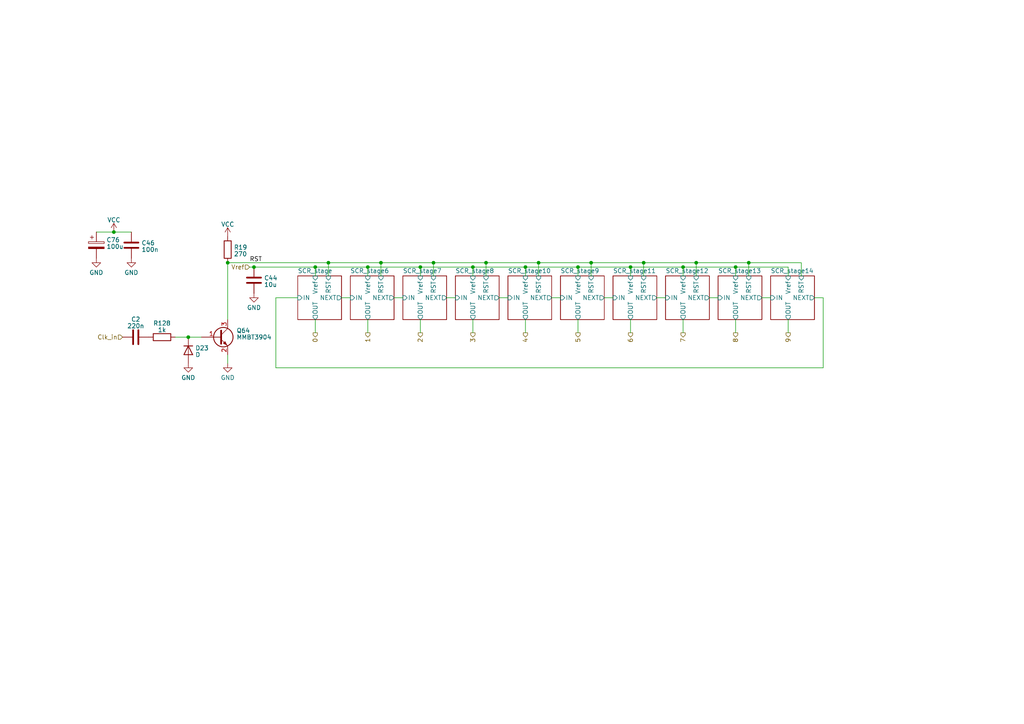
<source format=kicad_sch>
(kicad_sch (version 20230121) (generator eeschema)
  (paper "A4")
  (lib_symbols
    (symbol "Device:C" (pin_numbers hide) (pin_names (offset 0.254))
      (property "Reference" "C" (at 0.635 2.54 0))
      (property "Value" "C" (at 0.635 -2.54 0))
      (symbol "C_0_1"
        (polyline (pts (xy -2.032 -0.762) (xy 2.032 -0.762)) (stroke (width 0.508)))
        (polyline (pts (xy -2.032 0.762) (xy 2.032 0.762)) (stroke (width 0.508)))
      )
      (symbol "C_1_1"
        (pin passive line (at 0 3.81 270) (length 2.794) (name "~") (number "1"))
        (pin passive line (at 0 -3.81 90) (length 2.794) (name "~") (number "2"))
      )
    )
    (symbol "Device:C_Polarized" (pin_numbers hide) (pin_names (offset 0.254))
      (property "Reference" "C" (at 0.635 2.54 0))
      (property "Value" "C_Polarized" (at 0.635 -2.54 0))
      (symbol "C_Polarized_0_1"
        (rectangle (start -2.286 0.508) (end 2.286 1.016))
        (polyline (pts (xy -1.778 2.286) (xy -0.762 2.286)))
        (polyline (pts (xy -1.27 2.794) (xy -1.27 1.778)))
        (rectangle (start 2.286 -0.508) (end -2.286 -1.016) (fill (type outline)))
      )
      (symbol "C_Polarized_1_1"
        (pin passive line (at 0 3.81 270) (length 2.794) (name "~") (number "1"))
        (pin passive line (at 0 -3.81 90) (length 2.794) (name "~") (number "2"))
      )
    )
    (symbol "Device:D" (pin_numbers hide) (pin_names (offset 1.016) hide)
      (property "Reference" "D" (at 0 2.54 0))
      (property "Value" "D" (at 0 -2.54 0))
      (symbol "D_0_1"
        (polyline (pts (xy -1.27 1.27) (xy -1.27 -1.27)) (stroke (width 0.254)))
        (polyline (pts (xy 1.27 0) (xy -1.27 0)))
        (polyline (pts (xy 1.27 1.27) (xy 1.27 -1.27) (xy -1.27 0) (xy 1.27 1.27)) (stroke (width 0.254)))
      )
      (symbol "D_1_1"
        (pin passive line (at -3.81 0 0) (length 2.54) (name "K") (number "1"))
        (pin passive line (at 3.81 0 180) (length 2.54) (name "A") (number "2"))
      )
    )
    (symbol "Device:R" (pin_numbers hide) (pin_names (offset 0))
      (property "Reference" "R" (at 2.032 0 90))
      (property "Value" "R" (at 0 0 90))
      (symbol "R_0_1"
        (rectangle (start -1.016 -2.54) (end 1.016 2.54) (stroke (width 0.254)))
      )
      (symbol "R_1_1"
        (pin passive line (at 0 3.81 270) (length 1.27) (name "~") (number "1"))
        (pin passive line (at 0 -3.81 90) (length 1.27) (name "~") (number "2"))
      )
    )
    (symbol "Transistor_BJT:MMBT3904" (pin_names (offset 0) hide)
      (property "Reference" "Q" (at 5.08 1.905 0))
      (property "Value" "MMBT3904" (at 5.08 0 0))
      (symbol "MMBT3904_0_1"
        (polyline (pts (xy 0.635 0.635) (xy 2.54 2.54)))
        (polyline (pts (xy 0.635 -0.635) (xy 2.54 -2.54) (xy 2.54 -2.54)))
        (polyline (pts (xy 0.635 1.905) (xy 0.635 -1.905) (xy 0.635 -1.905)) (stroke (width 0.508)))
        (polyline (pts (xy 1.27 -1.778) (xy 1.778 -1.27) (xy 2.286 -2.286) (xy 1.27 -1.778) (xy 1.27 -1.778)) (fill (type outline)))
        (circle (center 1.27 0) (radius 2.8194) (stroke (width 0.254)))
      )
      (symbol "MMBT3904_1_1"
        (pin input line (at -5.08 0 0) (length 5.715) (name "B") (number "1"))
        (pin passive line (at 2.54 -5.08 90) (length 2.54) (name "E") (number "2"))
        (pin passive line (at 2.54 5.08 270) (length 2.54) (name "C") (number "3"))
      )
    )
    (symbol "power:GND" (power) (pin_names (offset 0))
      (property "Value" "GND" (at 0 -3.81 0))
      (symbol "GND_0_1"
        (polyline (pts (xy 0 0) (xy 0 -1.27) (xy 1.27 -1.27) (xy 0 -2.54) (xy -1.27 -1.27) (xy 0 -1.27)))
      )
      (symbol "GND_1_1"
        (pin power_in line (at 0 0 270) (length 0) hide (name "GND") (number "1"))
      )
    )
    (symbol "power:VCC" (power) (pin_names (offset 0))
      (property "Value" "VCC" (at 0 3.81 0))
      (symbol "VCC_0_1"
        (polyline (pts (xy -0.762 1.27) (xy 0 2.54)))
        (polyline (pts (xy 0 0) (xy 0 2.54)))
        (polyline (pts (xy 0 2.54) (xy 0.762 1.27)))
      )
      (symbol "VCC_1_1"
        (pin power_in line (at 0 0 90) (length 0) hide (name "VCC") (number "1"))
      )
    )
  )
  (junction (at 217.17 76.2))
  (junction (at 106.68 77.47))
  (junction (at 213.36 77.47))
  (junction (at 167.64 77.47))
  (junction (at 137.16 77.47))
  (junction (at 95.25 76.2))
  (junction (at 156.21 76.2))
  (junction (at 110.49 76.2))
  (junction (at 140.97 76.2))
  (junction (at 54.61 97.79))
  (junction (at 121.92 77.47))
  (junction (at 33.02 67.31))
  (junction (at 171.45 76.2))
  (junction (at 201.93 76.2))
  (junction (at 182.88 77.47))
  (junction (at 152.4 77.47))
  (junction (at 91.44 77.47))
  (junction (at 186.69 76.2))
  (junction (at 73.66 77.47))
  (junction (at 125.73 76.2))
  (junction (at 198.12 77.47))
  (junction (at 66.04 76.2))
  (wire (pts (xy 95.25 80.01) (xy 95.25 76.2)))
  (wire (pts (xy 228.6 77.47) (xy 228.6 80.01)))
  (wire (pts (xy 106.68 77.47) (xy 121.92 77.47)))
  (wire (pts (xy 182.88 77.47) (xy 198.12 77.47)))
  (wire (pts (xy 110.49 76.2) (xy 125.73 76.2)))
  (wire (pts (xy 160.02 86.36) (xy 162.56 86.36)))
  (wire (pts (xy 27.94 67.31) (xy 33.02 67.31)))
  (wire (pts (xy 156.21 80.01) (xy 156.21 76.2)))
  (wire (pts (xy 114.3 86.36) (xy 116.84 86.36)))
  (wire (pts (xy 91.44 77.47) (xy 106.68 77.47)))
  (wire (pts (xy 167.64 77.47) (xy 182.88 77.47)))
  (wire (pts (xy 220.98 86.36) (xy 223.52 86.36)))
  (wire (pts (xy 238.76 86.36) (xy 236.22 86.36)))
  (wire (pts (xy 33.02 67.31) (xy 38.1 67.31)))
  (wire (pts (xy 156.21 76.2) (xy 171.45 76.2)))
  (wire (pts (xy 80.01 106.68) (xy 238.76 106.68)))
  (wire (pts (xy 190.5 86.36) (xy 193.04 86.36)))
  (wire (pts (xy 198.12 77.47) (xy 213.36 77.47)))
  (wire (pts (xy 217.17 76.2) (xy 232.41 76.2)))
  (wire (pts (xy 137.16 92.71) (xy 137.16 96.52)))
  (wire (pts (xy 167.64 77.47) (xy 167.64 80.01)))
  (wire (pts (xy 140.97 80.01) (xy 140.97 76.2)))
  (wire (pts (xy 137.16 77.47) (xy 152.4 77.47)))
  (wire (pts (xy 125.73 80.01) (xy 125.73 76.2)))
  (wire (pts (xy 125.73 76.2) (xy 140.97 76.2)))
  (wire (pts (xy 213.36 77.47) (xy 213.36 80.01)))
  (wire (pts (xy 217.17 80.01) (xy 217.17 76.2)))
  (wire (pts (xy 201.93 76.2) (xy 217.17 76.2)))
  (wire (pts (xy 198.12 77.47) (xy 198.12 80.01)))
  (wire (pts (xy 198.12 92.71) (xy 198.12 96.52)))
  (wire (pts (xy 91.44 92.71) (xy 91.44 96.52)))
  (wire (pts (xy 106.68 77.47) (xy 106.68 80.01)))
  (wire (pts (xy 213.36 92.71) (xy 213.36 96.52)))
  (wire (pts (xy 137.16 77.47) (xy 137.16 80.01)))
  (wire (pts (xy 73.66 77.47) (xy 91.44 77.47)))
  (wire (pts (xy 121.92 77.47) (xy 121.92 80.01)))
  (wire (pts (xy 186.69 80.01) (xy 186.69 76.2)))
  (wire (pts (xy 58.42 97.79) (xy 54.61 97.79)))
  (wire (pts (xy 66.04 92.71) (xy 66.04 76.2)))
  (wire (pts (xy 175.26 86.36) (xy 177.8 86.36)))
  (wire (pts (xy 167.64 92.71) (xy 167.64 96.52)))
  (wire (pts (xy 228.6 92.71) (xy 228.6 96.52)))
  (wire (pts (xy 144.78 86.36) (xy 147.32 86.36)))
  (wire (pts (xy 110.49 80.01) (xy 110.49 76.2)))
  (wire (pts (xy 201.93 80.01) (xy 201.93 76.2)))
  (wire (pts (xy 182.88 92.71) (xy 182.88 96.52)))
  (wire (pts (xy 171.45 80.01) (xy 171.45 76.2)))
  (wire (pts (xy 54.61 97.79) (xy 50.8 97.79)))
  (wire (pts (xy 205.74 86.36) (xy 208.28 86.36)))
  (wire (pts (xy 91.44 77.47) (xy 91.44 80.01)))
  (wire (pts (xy 238.76 86.36) (xy 238.76 106.68)))
  (wire (pts (xy 66.04 76.2) (xy 95.25 76.2)))
  (wire (pts (xy 232.41 80.01) (xy 232.41 76.2)))
  (wire (pts (xy 121.92 92.71) (xy 121.92 96.52)))
  (wire (pts (xy 80.01 86.36) (xy 80.01 106.68)))
  (wire (pts (xy 129.54 86.36) (xy 132.08 86.36)))
  (wire (pts (xy 66.04 105.41) (xy 66.04 102.87)))
  (wire (pts (xy 186.69 76.2) (xy 201.93 76.2)))
  (wire (pts (xy 72.39 77.47) (xy 73.66 77.47)))
  (wire (pts (xy 182.88 77.47) (xy 182.88 80.01)))
  (wire (pts (xy 152.4 92.71) (xy 152.4 96.52)))
  (wire (pts (xy 106.68 92.71) (xy 106.68 96.52)))
  (wire (pts (xy 152.4 77.47) (xy 167.64 77.47)))
  (wire (pts (xy 121.92 77.47) (xy 137.16 77.47)))
  (wire (pts (xy 213.36 77.47) (xy 228.6 77.47)))
  (wire (pts (xy 171.45 76.2) (xy 186.69 76.2)))
  (wire (pts (xy 99.06 86.36) (xy 101.6 86.36)))
  (wire (pts (xy 152.4 77.47) (xy 152.4 80.01)))
  (wire (pts (xy 86.36 86.36) (xy 80.01 86.36)))
  (wire (pts (xy 95.25 76.2) (xy 110.49 76.2)))
  (wire (pts (xy 140.97 76.2) (xy 156.21 76.2)))
  (label "RST" (at 72.39 76.2 0))
  (hierarchical_label "Vref" (shape input) (at 72.39 77.47 180))
  (hierarchical_label "2" (shape output) (at 121.92 96.52 270))
  (hierarchical_label "7" (shape output) (at 198.12 96.52 270))
  (hierarchical_label "0" (shape output) (at 91.44 96.52 270))
  (hierarchical_label "3" (shape output) (at 137.16 96.52 270))
  (hierarchical_label "4" (shape output) (at 152.4 96.52 270))
  (hierarchical_label "9" (shape output) (at 228.6 96.52 270))
  (hierarchical_label "Clk_in" (shape input) (at 35.56 97.79 180))
  (hierarchical_label "6" (shape output) (at 182.88 96.52 270))
  (hierarchical_label "5" (shape output) (at 167.64 96.52 270))
  (hierarchical_label "1" (shape output) (at 106.68 96.52 270))
  (hierarchical_label "8" (shape output) (at 213.36 96.52 270))
  (symbol (lib_id "Device:D") (at 54.61 101.6 270) (unit 1)
    (property "Reference" "D23" (at 56.642 100.9563 90) (effects (justify left)))
    (property "Value" "D" (at 56.642 102.8773 90) (effects (justify left)))
    (property "Footprint" "Diode_SMD:D_SOD-123" (effects hide))
    (property "Sim.Device" "D" (effects hide))
    (property "Sim.Pins" "1=K 2=A" (effects hide))
    (instances (project "transistor_clock" (path "" (reference "D23") (unit 1)) (path "" (reference "D247") (unit 1)) (path "" (reference "D57") (unit 1)) (path "" (reference "D147") (unit 1)) (path "" (reference "D200") (unit 1))))
  )
  (symbol (lib_id "power:GND") (at 73.66 85.09 0) (unit 1)
    (property "Reference" "#PWR054" (effects hide))
    (property "Value" "GND" (at 73.66 89.2255 0))
    (instances (project "transistor_clock" (path "" (reference "#PWR041") (unit 1)) (path "" (reference "#PWR0142") (unit 1)) (path "" (reference "#PWR0156") (unit 1)) (path "" (reference "#PWR0166") (unit 1))))
  )
  (symbol (lib_id "power:GND") (at 27.94 74.93 0) (unit 1)
    (property "Reference" "#PWR050" (effects hide))
    (property "Value" "GND" (at 27.94 79.0655 0))
    (instances (project "transistor_clock" (path "" (reference "#PWR035") (unit 1)) (path "" (reference "#PWR0136") (unit 1)) (path "" (reference "#PWR0150") (unit 1)) (path "" (reference "#PWR0162") (unit 1)) (path "" (reference "#PWR0181") (unit 1)) (path "" (reference "#PWR0253") (unit 1))))
  )
  (symbol (lib_id "power:VCC") (at 66.04 68.58 0) (unit 1)
    (property "Reference" "#PWR052" (effects hide))
    (property "Value" "VCC" (at 66.04 65.0781 0))
    (instances (project "transistor_clock" (path "" (reference "#PWR039") (unit 1)) (path "" (reference "#PWR0140") (unit 1)) (path "" (reference "#PWR0154") (unit 1)) (path "" (reference "#PWR0164") (unit 1))))
  )
  (symbol (lib_id "Device:C") (at 73.66 81.28 180) (unit 1)
    (property "Reference" "C7" (at 76.581 80.6363 0) (effects (justify right)))
    (property "Value" "10u" (at 76.581 82.5573 0) (effects (justify right)))
    (instances (project "transistor_clock" (path "" (reference "C44") (unit 1)) (path "" (reference "C39") (unit 1)) (path "" (reference "C7") (unit 1)) (path "" (reference "C2") (unit 1)) (path "" (reference "C49") (unit 1))))
  )
  (symbol (lib_id "Device:C") (at 39.37 97.79 90) (unit 1)
    (property "Reference" "C2" (at 39.37 92.6211 90))
    (property "Value" "220n" (at 39.37 94.5421 90))
    (property "Footprint" "Capacitor_SMD:C_0603_1608Metric" (effects hide))
    (instances (project "transistor_clock" (path "" (reference "C2") (unit 1)) (path "" (reference "C47") (unit 1)) (path "" (reference "C6") (unit 1)) (path "" (reference "C38") (unit 1)) (path "" (reference "C43") (unit 1))))
  )
  (symbol (lib_id "power:GND") (at 54.61 105.41 0) (unit 1)
    (property "Reference" "#PWR051" (effects hide))
    (property "Value" "GND" (at 54.61 109.5455 0))
    (instances (project "transistor_clock" (path "" (reference "#PWR038") (unit 1)) (path "" (reference "#PWR0139") (unit 1)) (path "" (reference "#PWR0153") (unit 1)) (path "" (reference "#PWR0163") (unit 1))))
  )
  (symbol (lib_id "Device:R") (at 66.04 72.39 0) (unit 1)
    (property "Reference" "R82" (at 67.818 71.7463 0) (effects (justify left)))
    (property "Value" "270" (at 67.818 73.6673 0) (effects (justify left)))
    (property "Footprint" "Resistor_SMD:R_0603_1608Metric" (effects hide))
    (instances (project "transistor_clock" (path "" (reference "R19") (unit 1)) (path "" (reference "R119") (unit 1)) (path "" (reference "R129") (unit 1)) (path "" (reference "R214") (unit 1))))
  )
  (symbol (lib_id "Transistor_BJT:MMBT3904") (at 63.5 97.79 0) (unit 1)
    (property "Reference" "Q21" (at 68.58 95.885 0) (effects (justify left)))
    (property "Value" "MMBT3904" (at 68.58 97.79 0) (effects (justify left)))
    (property "Footprint" "Package_TO_SOT_SMD:SOT-23" (effects hide))
    (property "Datasheet" "https://www.onsemi.com/pub/Collateral/2N3903-D.PDF" (effects hide))
    (instances (project "transistor_clock" (path "" (reference "Q64") (unit 1)) (path "" (reference "Q59") (unit 1)) (path "" (reference "Q9") (unit 1)) (path "" (reference "Q11") (unit 1)) (path "" (reference "Q107") (unit 1))))
  )
  (symbol (lib_id "Device:C_Polarized") (at 27.94 71.12 0) (unit 1)
    (property "Reference" "C76" (at 30.861 69.5873 0) (effects (justify left)))
    (property "Value" "100u" (at 30.861 71.5083 0) (effects (justify left)))
    (instances (project "transistor_clock" (path "" (reference "C76") (unit 1)) (path "" (reference "C4") (unit 1)) (path "" (reference "C36") (unit 1)) (path "" (reference "C41") (unit 1))))
  )
  (symbol (lib_id "power:GND") (at 66.04 105.41 0) (unit 1)
    (property "Reference" "#PWR053" (effects hide))
    (property "Value" "GND" (at 66.04 109.5455 0))
    (instances (project "transistor_clock" (path "" (reference "#PWR040") (unit 1)) (path "" (reference "#PWR0141") (unit 1)) (path "" (reference "#PWR0155") (unit 1)) (path "" (reference "#PWR0165") (unit 1))))
  )
  (symbol (lib_id "Device:C") (at 38.1 71.12 180) (unit 1)
    (property "Reference" "C46" (at 41.021 70.4763 0) (effects (justify right)))
    (property "Value" "100n" (at 41.021 72.3973 0) (effects (justify right)))
    (property "Footprint" "Capacitor_SMD:C_0603_1608Metric" (effects hide))
    (instances (project "transistor_clock" (path "" (reference "C46") (unit 1)) (path "" (reference "C33") (unit 1)) (path "" (reference "C2") (unit 1)) (path "" (reference "C5") (unit 1)) (path "" (reference "C37") (unit 1)) (path "" (reference "C42") (unit 1)) (path "" (reference "C77") (unit 1)) (path "" (reference "C54") (unit 1)) (path "" (reference "C51") (unit 1))))
  )
  (symbol (lib_id "Device:R") (at 46.99 97.79 90) (unit 1)
    (property "Reference" "R41" (at 46.99 93.7641 90))
    (property "Value" "1k" (at 46.99 95.6851 90))
    (property "Footprint" "Resistor_SMD:R_0603_1608Metric" (effects hide))
    (instances (project "transistor_clock" (path "" (reference "R128") (unit 1)) (path "" (reference "R118") (unit 1)) (path "" (reference "R18") (unit 1)) (path "" (reference "R20") (unit 1)) (path "" (reference "R213") (unit 1))))
  )
  (symbol (lib_id "power:GND") (at 38.1 74.93 0) (unit 1)
    (property "Reference" "#PWR050" (effects hide))
    (property "Value" "GND" (at 38.1 79.0655 0))
    (instances (project "transistor_clock" (path "" (reference "#PWR037") (unit 1)) (path "" (reference "#PWR0138") (unit 1)) (path "" (reference "#PWR0152") (unit 1)) (path "" (reference "#PWR0162") (unit 1)) (path "" (reference "#PWR0181") (unit 1)) (path "" (reference "#PWR0260") (unit 1))))
  )
  (symbol (lib_id "power:VCC") (at 33.02 67.31 0) (unit 1)
    (property "Reference" "#PWR052" (effects hide))
    (property "Value" "VCC" (at 33.02 63.8081 0))
    (instances (project "transistor_clock" (path "" (reference "#PWR036") (unit 1)) (path "" (reference "#PWR0137") (unit 1)) (path "" (reference "#PWR0151") (unit 1)) (path "" (reference "#PWR0164") (unit 1)) (path "" (reference "#PWR0191") (unit 1)) (path "" (reference "#PWR0261") (unit 1))))
  )
  (sheet (at 162.56 80.01) (size 12.7 12.7) (stroke (width 0.1524))
    (property "Sheetname" "SCR_stage9" (at 162.56 79.2984 0) (effects (justify left bottom)))
    (property "Sheetfile" "scr_stage.kicad_sch" (effects hide))
    (pin "IN" input (at 162.56 86.36 180))
    (pin "RST" input (at 171.45 80.01 90))
    (pin "OUT" output (at 167.64 92.71 270))
    (pin "Vref" input (at 167.64 80.01 90))
    (pin "NEXT" output (at 175.26 86.36 0))
  )
  (sheet (at 86.36 80.01) (size 12.7 12.7) (stroke (width 0.1524))
    (property "Sheetname" "SCR_stage" (at 86.36 79.2984 0) (effects (justify left bottom)))
    (property "Sheetfile" "scr_stage.kicad_sch" (effects hide))
    (pin "IN" input (at 86.36 86.36 180))
    (pin "RST" input (at 95.25 80.01 90))
    (pin "OUT" output (at 91.44 92.71 270))
    (pin "Vref" input (at 91.44 80.01 90))
    (pin "NEXT" output (at 99.06 86.36 0))
  )
  (sheet (at 208.28 80.01) (size 12.7 12.7) (stroke (width 0.1524))
    (property "Sheetname" "SCR_stage13" (at 208.28 79.2984 0) (effects (justify left bottom)))
    (property "Sheetfile" "scr_stage.kicad_sch" (effects hide))
    (pin "IN" input (at 208.28 86.36 180))
    (pin "RST" input (at 217.17 80.01 90))
    (pin "OUT" output (at 213.36 92.71 270))
    (pin "Vref" input (at 213.36 80.01 90))
    (pin "NEXT" output (at 220.98 86.36 0))
  )
  (sheet (at 116.84 80.01) (size 12.7 12.7) (stroke (width 0.1524))
    (property "Sheetname" "SCR_stage7" (at 116.84 79.2984 0) (effects (justify left bottom)))
    (property "Sheetfile" "scr_stage.kicad_sch" (effects hide))
    (pin "IN" input (at 116.84 86.36 180))
    (pin "RST" input (at 125.73 80.01 90))
    (pin "OUT" output (at 121.92 92.71 270))
    (pin "Vref" input (at 121.92 80.01 90))
    (pin "NEXT" output (at 129.54 86.36 0))
  )
  (sheet (at 101.6 80.01) (size 12.7 12.7) (stroke (width 0.1524))
    (property "Sheetname" "SCR_stage6" (at 101.6 79.2984 0) (effects (justify left bottom)))
    (property "Sheetfile" "scr_stage.kicad_sch" (effects hide))
    (pin "IN" input (at 101.6 86.36 180))
    (pin "RST" input (at 110.49 80.01 90))
    (pin "OUT" output (at 106.68 92.71 270))
    (pin "Vref" input (at 106.68 80.01 90))
    (pin "NEXT" output (at 114.3 86.36 0))
  )
  (sheet (at 193.04 80.01) (size 12.7 12.7) (stroke (width 0.1524))
    (property "Sheetname" "SCR_stage12" (at 193.04 79.2984 0) (effects (justify left bottom)))
    (property "Sheetfile" "scr_stage.kicad_sch" (effects hide))
    (pin "IN" input (at 193.04 86.36 180))
    (pin "RST" input (at 201.93 80.01 90))
    (pin "OUT" output (at 198.12 92.71 270))
    (pin "Vref" input (at 198.12 80.01 90))
    (pin "NEXT" output (at 205.74 86.36 0))
  )
  (sheet (at 132.08 80.01) (size 12.7 12.7) (stroke (width 0.1524))
    (property "Sheetname" "SCR_stage8" (at 132.08 79.2984 0) (effects (justify left bottom)))
    (property "Sheetfile" "scr_stage.kicad_sch" (effects hide))
    (pin "IN" input (at 132.08 86.36 180))
    (pin "RST" input (at 140.97 80.01 90))
    (pin "OUT" output (at 137.16 92.71 270))
    (pin "Vref" input (at 137.16 80.01 90))
    (pin "NEXT" output (at 144.78 86.36 0))
  )
  (sheet (at 223.52 80.01) (size 12.7 12.7) (stroke (width 0.1524))
    (property "Sheetname" "SCR_stage14" (at 223.52 79.2984 0) (effects (justify left bottom)))
    (property "Sheetfile" "scr_stage.kicad_sch" (effects hide))
    (pin "IN" input (at 223.52 86.36 180))
    (pin "RST" input (at 232.41 80.01 90))
    (pin "OUT" output (at 228.6 92.71 270))
    (pin "Vref" input (at 228.6 80.01 90))
    (pin "NEXT" output (at 236.22 86.36 0))
  )
  (sheet (at 147.32 80.01) (size 12.7 12.7) (stroke (width 0.1524))
    (property "Sheetname" "SCR_stage10" (at 147.32 79.2984 0) (effects (justify left bottom)))
    (property "Sheetfile" "scr_stage.kicad_sch" (effects hide))
    (pin "IN" input (at 147.32 86.36 180))
    (pin "RST" input (at 156.21 80.01 90))
    (pin "OUT" output (at 152.4 92.71 270))
    (pin "Vref" input (at 152.4 80.01 90))
    (pin "NEXT" output (at 160.02 86.36 0))
  )
  (sheet (at 177.8 80.01) (size 12.7 12.7) (stroke (width 0.1524))
    (property "Sheetname" "SCR_stage11" (at 177.8 79.2984 0) (effects (justify left bottom)))
    (property "Sheetfile" "scr_stage.kicad_sch" (effects hide))
    (pin "IN" input (at 177.8 86.36 180))
    (pin "RST" input (at 186.69 80.01 90))
    (pin "OUT" output (at 182.88 92.71 270))
    (pin "Vref" input (at 182.88 80.01 90))
    (pin "NEXT" output (at 190.5 86.36 0))
  )
)
</source>
